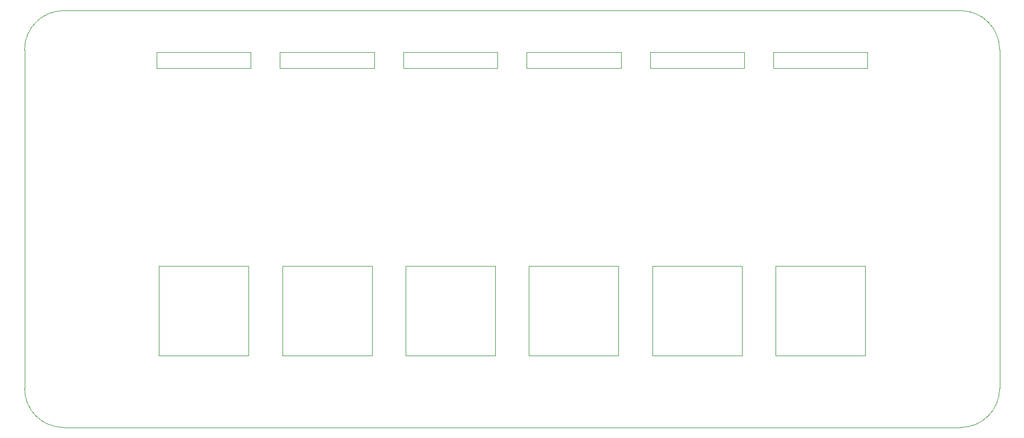
<source format=gbr>
G04 #@! TF.GenerationSoftware,KiCad,Pcbnew,6.0.7-f9a2dced07~116~ubuntu22.04.1*
G04 #@! TF.CreationDate,2022-09-04T10:06:15-07:00*
G04 #@! TF.ProjectId,keypad-frame,6b657970-6164-42d6-9672-616d652e6b69,May2021*
G04 #@! TF.SameCoordinates,Original*
G04 #@! TF.FileFunction,Profile,NP*
%FSLAX46Y46*%
G04 Gerber Fmt 4.6, Leading zero omitted, Abs format (unit mm)*
G04 Created by KiCad (PCBNEW 6.0.7-f9a2dced07~116~ubuntu22.04.1) date 2022-09-04 10:06:15*
%MOMM*%
%LPD*%
G01*
G04 APERTURE LIST*
G04 #@! TA.AperFunction,Profile*
%ADD10C,0.050000*%
G04 #@! TD*
G04 #@! TA.AperFunction,Profile*
%ADD11C,0.120000*%
G04 #@! TD*
G04 APERTURE END LIST*
D10*
X91400000Y-112000000D02*
G75*
G03*
X97400000Y-118000000I6000000J0D01*
G01*
X97400000Y-118000000D02*
X235600000Y-118000000D01*
X241600000Y-59800000D02*
G75*
G03*
X235600000Y-53800000I-6000000J0D01*
G01*
X241600000Y-112000000D02*
X241600000Y-59800000D01*
X97400000Y-53800000D02*
G75*
G03*
X91400000Y-59800000I0J-6000000D01*
G01*
X235600000Y-53800000D02*
X97400000Y-53800000D01*
X91400000Y-59800000D02*
X91400000Y-112000000D01*
X235600000Y-118000000D02*
G75*
G03*
X241600000Y-112000000I0J6000000D01*
G01*
D11*
G04 #@! TO.C,SW7*
X220900000Y-106900000D02*
X207100000Y-106900000D01*
X207100000Y-93100000D02*
X207100000Y-106900000D01*
X207100000Y-93100000D02*
X220900000Y-93100000D01*
X220900000Y-93100000D02*
X220900000Y-106900000D01*
G04 #@! TO.C,SW6*
X201900000Y-106900000D02*
X188100000Y-106900000D01*
X188100000Y-93100000D02*
X188100000Y-106900000D01*
X188100000Y-93100000D02*
X201900000Y-93100000D01*
X201900000Y-93100000D02*
X201900000Y-106900000D01*
G04 #@! TO.C,SW5*
X182900000Y-106900000D02*
X169100000Y-106900000D01*
X169100000Y-93100000D02*
X169100000Y-106900000D01*
X169100000Y-93100000D02*
X182900000Y-93100000D01*
X182900000Y-93100000D02*
X182900000Y-106900000D01*
G04 #@! TO.C,SW4*
X163900000Y-106900000D02*
X150100000Y-106900000D01*
X150100000Y-93100000D02*
X150100000Y-106900000D01*
X150100000Y-93100000D02*
X163900000Y-93100000D01*
X163900000Y-93100000D02*
X163900000Y-106900000D01*
G04 #@! TO.C,SW3*
X144900000Y-106900000D02*
X131100000Y-106900000D01*
X131100000Y-93100000D02*
X131100000Y-106900000D01*
X131100000Y-93100000D02*
X144900000Y-93100000D01*
X144900000Y-93100000D02*
X144900000Y-106900000D01*
G04 #@! TO.C,SW2*
X125900000Y-106900000D02*
X112100000Y-106900000D01*
X112100000Y-93100000D02*
X112100000Y-106900000D01*
X112100000Y-93100000D02*
X125900000Y-93100000D01*
X125900000Y-93100000D02*
X125900000Y-106900000D01*
G04 #@! TO.C,U3*
X126250000Y-62674000D02*
X126250000Y-60174000D01*
X111750000Y-62674000D02*
X126250000Y-62674000D01*
X111750000Y-62674000D02*
X111750000Y-60174000D01*
X126250000Y-60174000D02*
X111750000Y-60174000D01*
G04 #@! TO.C,U4*
X145250000Y-62674000D02*
X145250000Y-60174000D01*
X130750000Y-62674000D02*
X145250000Y-62674000D01*
X145250000Y-60174000D02*
X130750000Y-60174000D01*
X130750000Y-62674000D02*
X130750000Y-60174000D01*
G04 #@! TO.C,U6*
X183250000Y-60174000D02*
X168750000Y-60174000D01*
X168750000Y-62674000D02*
X183250000Y-62674000D01*
X168750000Y-62674000D02*
X168750000Y-60174000D01*
X183250000Y-62674000D02*
X183250000Y-60174000D01*
G04 #@! TO.C,U7*
X202250000Y-60174000D02*
X187750000Y-60174000D01*
X202250000Y-62674000D02*
X202250000Y-60174000D01*
X187750000Y-62674000D02*
X202250000Y-62674000D01*
X187750000Y-62674000D02*
X187750000Y-60174000D01*
G04 #@! TO.C,U8*
X206750000Y-62674000D02*
X206750000Y-60174000D01*
X221250000Y-62674000D02*
X221250000Y-60174000D01*
X221250000Y-60174000D02*
X206750000Y-60174000D01*
X206750000Y-62674000D02*
X221250000Y-62674000D01*
G04 #@! TO.C,U5*
X164250000Y-60174000D02*
X149750000Y-60174000D01*
X164250000Y-62674000D02*
X164250000Y-60174000D01*
X149750000Y-62674000D02*
X164250000Y-62674000D01*
X149750000Y-62674000D02*
X149750000Y-60174000D01*
G04 #@! TD*
M02*

</source>
